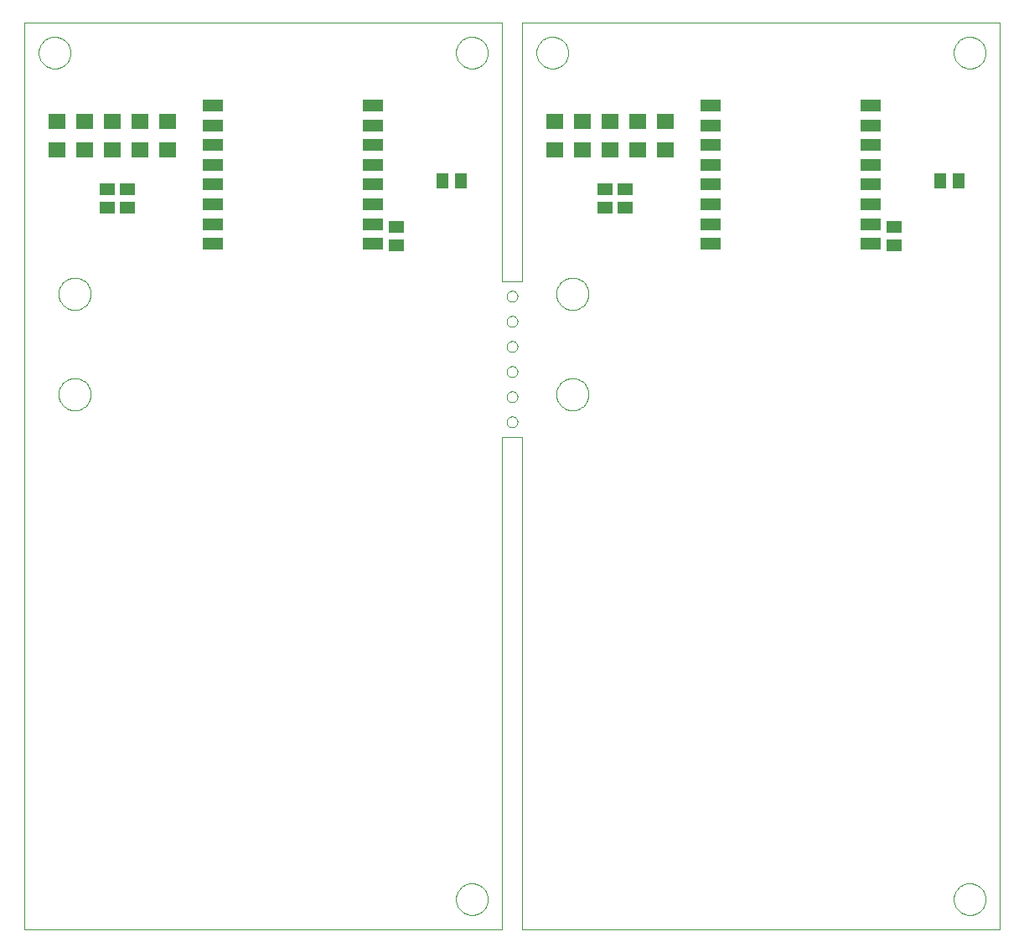
<source format=gtp>
G75*
G70*
%OFA0B0*%
%FSLAX24Y24*%
%IPPOS*%
%LPD*%
%AMOC8*
5,1,8,0,0,1.08239X$1,22.5*
%
%ADD10C,0.0000*%
%ADD11R,0.0710X0.0630*%
%ADD12R,0.0787X0.0472*%
%ADD13R,0.0512X0.0591*%
%ADD14R,0.0591X0.0512*%
D10*
X001340Y001800D02*
X001340Y037900D01*
X020340Y037900D01*
X020340Y027600D01*
X021140Y027600D01*
X021140Y037900D01*
X040140Y037900D01*
X040140Y001800D01*
X021140Y001800D01*
X021140Y021400D01*
X020340Y021400D01*
X020340Y001800D01*
X001340Y001800D01*
X018510Y003000D02*
X018512Y003050D01*
X018518Y003100D01*
X018528Y003149D01*
X018542Y003197D01*
X018559Y003244D01*
X018580Y003289D01*
X018605Y003333D01*
X018633Y003374D01*
X018665Y003413D01*
X018699Y003450D01*
X018736Y003484D01*
X018776Y003514D01*
X018818Y003541D01*
X018862Y003565D01*
X018908Y003586D01*
X018955Y003602D01*
X019003Y003615D01*
X019053Y003624D01*
X019102Y003629D01*
X019153Y003630D01*
X019203Y003627D01*
X019252Y003620D01*
X019301Y003609D01*
X019349Y003594D01*
X019395Y003576D01*
X019440Y003554D01*
X019483Y003528D01*
X019524Y003499D01*
X019563Y003467D01*
X019599Y003432D01*
X019631Y003394D01*
X019661Y003354D01*
X019688Y003311D01*
X019711Y003267D01*
X019730Y003221D01*
X019746Y003173D01*
X019758Y003124D01*
X019766Y003075D01*
X019770Y003025D01*
X019770Y002975D01*
X019766Y002925D01*
X019758Y002876D01*
X019746Y002827D01*
X019730Y002779D01*
X019711Y002733D01*
X019688Y002689D01*
X019661Y002646D01*
X019631Y002606D01*
X019599Y002568D01*
X019563Y002533D01*
X019524Y002501D01*
X019483Y002472D01*
X019440Y002446D01*
X019395Y002424D01*
X019349Y002406D01*
X019301Y002391D01*
X019252Y002380D01*
X019203Y002373D01*
X019153Y002370D01*
X019102Y002371D01*
X019053Y002376D01*
X019003Y002385D01*
X018955Y002398D01*
X018908Y002414D01*
X018862Y002435D01*
X018818Y002459D01*
X018776Y002486D01*
X018736Y002516D01*
X018699Y002550D01*
X018665Y002587D01*
X018633Y002626D01*
X018605Y002667D01*
X018580Y002711D01*
X018559Y002756D01*
X018542Y002803D01*
X018528Y002851D01*
X018518Y002900D01*
X018512Y002950D01*
X018510Y003000D01*
X020523Y022000D02*
X020525Y022029D01*
X020531Y022057D01*
X020540Y022085D01*
X020553Y022111D01*
X020570Y022134D01*
X020589Y022156D01*
X020611Y022175D01*
X020636Y022190D01*
X020662Y022203D01*
X020690Y022211D01*
X020718Y022216D01*
X020747Y022217D01*
X020776Y022214D01*
X020804Y022207D01*
X020831Y022197D01*
X020857Y022183D01*
X020880Y022166D01*
X020901Y022146D01*
X020919Y022123D01*
X020934Y022098D01*
X020945Y022071D01*
X020953Y022043D01*
X020957Y022014D01*
X020957Y021986D01*
X020953Y021957D01*
X020945Y021929D01*
X020934Y021902D01*
X020919Y021877D01*
X020901Y021854D01*
X020880Y021834D01*
X020857Y021817D01*
X020831Y021803D01*
X020804Y021793D01*
X020776Y021786D01*
X020747Y021783D01*
X020718Y021784D01*
X020690Y021789D01*
X020662Y021797D01*
X020636Y021810D01*
X020611Y021825D01*
X020589Y021844D01*
X020570Y021866D01*
X020553Y021889D01*
X020540Y021915D01*
X020531Y021943D01*
X020525Y021971D01*
X020523Y022000D01*
X020523Y023000D02*
X020525Y023029D01*
X020531Y023057D01*
X020540Y023085D01*
X020553Y023111D01*
X020570Y023134D01*
X020589Y023156D01*
X020611Y023175D01*
X020636Y023190D01*
X020662Y023203D01*
X020690Y023211D01*
X020718Y023216D01*
X020747Y023217D01*
X020776Y023214D01*
X020804Y023207D01*
X020831Y023197D01*
X020857Y023183D01*
X020880Y023166D01*
X020901Y023146D01*
X020919Y023123D01*
X020934Y023098D01*
X020945Y023071D01*
X020953Y023043D01*
X020957Y023014D01*
X020957Y022986D01*
X020953Y022957D01*
X020945Y022929D01*
X020934Y022902D01*
X020919Y022877D01*
X020901Y022854D01*
X020880Y022834D01*
X020857Y022817D01*
X020831Y022803D01*
X020804Y022793D01*
X020776Y022786D01*
X020747Y022783D01*
X020718Y022784D01*
X020690Y022789D01*
X020662Y022797D01*
X020636Y022810D01*
X020611Y022825D01*
X020589Y022844D01*
X020570Y022866D01*
X020553Y022889D01*
X020540Y022915D01*
X020531Y022943D01*
X020525Y022971D01*
X020523Y023000D01*
X020523Y024000D02*
X020525Y024029D01*
X020531Y024057D01*
X020540Y024085D01*
X020553Y024111D01*
X020570Y024134D01*
X020589Y024156D01*
X020611Y024175D01*
X020636Y024190D01*
X020662Y024203D01*
X020690Y024211D01*
X020718Y024216D01*
X020747Y024217D01*
X020776Y024214D01*
X020804Y024207D01*
X020831Y024197D01*
X020857Y024183D01*
X020880Y024166D01*
X020901Y024146D01*
X020919Y024123D01*
X020934Y024098D01*
X020945Y024071D01*
X020953Y024043D01*
X020957Y024014D01*
X020957Y023986D01*
X020953Y023957D01*
X020945Y023929D01*
X020934Y023902D01*
X020919Y023877D01*
X020901Y023854D01*
X020880Y023834D01*
X020857Y023817D01*
X020831Y023803D01*
X020804Y023793D01*
X020776Y023786D01*
X020747Y023783D01*
X020718Y023784D01*
X020690Y023789D01*
X020662Y023797D01*
X020636Y023810D01*
X020611Y023825D01*
X020589Y023844D01*
X020570Y023866D01*
X020553Y023889D01*
X020540Y023915D01*
X020531Y023943D01*
X020525Y023971D01*
X020523Y024000D01*
X020523Y025000D02*
X020525Y025029D01*
X020531Y025057D01*
X020540Y025085D01*
X020553Y025111D01*
X020570Y025134D01*
X020589Y025156D01*
X020611Y025175D01*
X020636Y025190D01*
X020662Y025203D01*
X020690Y025211D01*
X020718Y025216D01*
X020747Y025217D01*
X020776Y025214D01*
X020804Y025207D01*
X020831Y025197D01*
X020857Y025183D01*
X020880Y025166D01*
X020901Y025146D01*
X020919Y025123D01*
X020934Y025098D01*
X020945Y025071D01*
X020953Y025043D01*
X020957Y025014D01*
X020957Y024986D01*
X020953Y024957D01*
X020945Y024929D01*
X020934Y024902D01*
X020919Y024877D01*
X020901Y024854D01*
X020880Y024834D01*
X020857Y024817D01*
X020831Y024803D01*
X020804Y024793D01*
X020776Y024786D01*
X020747Y024783D01*
X020718Y024784D01*
X020690Y024789D01*
X020662Y024797D01*
X020636Y024810D01*
X020611Y024825D01*
X020589Y024844D01*
X020570Y024866D01*
X020553Y024889D01*
X020540Y024915D01*
X020531Y024943D01*
X020525Y024971D01*
X020523Y025000D01*
X020523Y026000D02*
X020525Y026029D01*
X020531Y026057D01*
X020540Y026085D01*
X020553Y026111D01*
X020570Y026134D01*
X020589Y026156D01*
X020611Y026175D01*
X020636Y026190D01*
X020662Y026203D01*
X020690Y026211D01*
X020718Y026216D01*
X020747Y026217D01*
X020776Y026214D01*
X020804Y026207D01*
X020831Y026197D01*
X020857Y026183D01*
X020880Y026166D01*
X020901Y026146D01*
X020919Y026123D01*
X020934Y026098D01*
X020945Y026071D01*
X020953Y026043D01*
X020957Y026014D01*
X020957Y025986D01*
X020953Y025957D01*
X020945Y025929D01*
X020934Y025902D01*
X020919Y025877D01*
X020901Y025854D01*
X020880Y025834D01*
X020857Y025817D01*
X020831Y025803D01*
X020804Y025793D01*
X020776Y025786D01*
X020747Y025783D01*
X020718Y025784D01*
X020690Y025789D01*
X020662Y025797D01*
X020636Y025810D01*
X020611Y025825D01*
X020589Y025844D01*
X020570Y025866D01*
X020553Y025889D01*
X020540Y025915D01*
X020531Y025943D01*
X020525Y025971D01*
X020523Y026000D01*
X020523Y027000D02*
X020525Y027029D01*
X020531Y027057D01*
X020540Y027085D01*
X020553Y027111D01*
X020570Y027134D01*
X020589Y027156D01*
X020611Y027175D01*
X020636Y027190D01*
X020662Y027203D01*
X020690Y027211D01*
X020718Y027216D01*
X020747Y027217D01*
X020776Y027214D01*
X020804Y027207D01*
X020831Y027197D01*
X020857Y027183D01*
X020880Y027166D01*
X020901Y027146D01*
X020919Y027123D01*
X020934Y027098D01*
X020945Y027071D01*
X020953Y027043D01*
X020957Y027014D01*
X020957Y026986D01*
X020953Y026957D01*
X020945Y026929D01*
X020934Y026902D01*
X020919Y026877D01*
X020901Y026854D01*
X020880Y026834D01*
X020857Y026817D01*
X020831Y026803D01*
X020804Y026793D01*
X020776Y026786D01*
X020747Y026783D01*
X020718Y026784D01*
X020690Y026789D01*
X020662Y026797D01*
X020636Y026810D01*
X020611Y026825D01*
X020589Y026844D01*
X020570Y026866D01*
X020553Y026889D01*
X020540Y026915D01*
X020531Y026943D01*
X020525Y026971D01*
X020523Y027000D01*
X022500Y027100D02*
X022502Y027150D01*
X022508Y027200D01*
X022518Y027249D01*
X022531Y027298D01*
X022549Y027345D01*
X022570Y027391D01*
X022594Y027434D01*
X022622Y027476D01*
X022653Y027516D01*
X022687Y027553D01*
X022724Y027587D01*
X022764Y027618D01*
X022806Y027646D01*
X022849Y027670D01*
X022895Y027691D01*
X022942Y027709D01*
X022991Y027722D01*
X023040Y027732D01*
X023090Y027738D01*
X023140Y027740D01*
X023190Y027738D01*
X023240Y027732D01*
X023289Y027722D01*
X023338Y027709D01*
X023385Y027691D01*
X023431Y027670D01*
X023474Y027646D01*
X023516Y027618D01*
X023556Y027587D01*
X023593Y027553D01*
X023627Y027516D01*
X023658Y027476D01*
X023686Y027434D01*
X023710Y027391D01*
X023731Y027345D01*
X023749Y027298D01*
X023762Y027249D01*
X023772Y027200D01*
X023778Y027150D01*
X023780Y027100D01*
X023778Y027050D01*
X023772Y027000D01*
X023762Y026951D01*
X023749Y026902D01*
X023731Y026855D01*
X023710Y026809D01*
X023686Y026766D01*
X023658Y026724D01*
X023627Y026684D01*
X023593Y026647D01*
X023556Y026613D01*
X023516Y026582D01*
X023474Y026554D01*
X023431Y026530D01*
X023385Y026509D01*
X023338Y026491D01*
X023289Y026478D01*
X023240Y026468D01*
X023190Y026462D01*
X023140Y026460D01*
X023090Y026462D01*
X023040Y026468D01*
X022991Y026478D01*
X022942Y026491D01*
X022895Y026509D01*
X022849Y026530D01*
X022806Y026554D01*
X022764Y026582D01*
X022724Y026613D01*
X022687Y026647D01*
X022653Y026684D01*
X022622Y026724D01*
X022594Y026766D01*
X022570Y026809D01*
X022549Y026855D01*
X022531Y026902D01*
X022518Y026951D01*
X022508Y027000D01*
X022502Y027050D01*
X022500Y027100D01*
X022500Y023100D02*
X022502Y023150D01*
X022508Y023200D01*
X022518Y023249D01*
X022531Y023298D01*
X022549Y023345D01*
X022570Y023391D01*
X022594Y023434D01*
X022622Y023476D01*
X022653Y023516D01*
X022687Y023553D01*
X022724Y023587D01*
X022764Y023618D01*
X022806Y023646D01*
X022849Y023670D01*
X022895Y023691D01*
X022942Y023709D01*
X022991Y023722D01*
X023040Y023732D01*
X023090Y023738D01*
X023140Y023740D01*
X023190Y023738D01*
X023240Y023732D01*
X023289Y023722D01*
X023338Y023709D01*
X023385Y023691D01*
X023431Y023670D01*
X023474Y023646D01*
X023516Y023618D01*
X023556Y023587D01*
X023593Y023553D01*
X023627Y023516D01*
X023658Y023476D01*
X023686Y023434D01*
X023710Y023391D01*
X023731Y023345D01*
X023749Y023298D01*
X023762Y023249D01*
X023772Y023200D01*
X023778Y023150D01*
X023780Y023100D01*
X023778Y023050D01*
X023772Y023000D01*
X023762Y022951D01*
X023749Y022902D01*
X023731Y022855D01*
X023710Y022809D01*
X023686Y022766D01*
X023658Y022724D01*
X023627Y022684D01*
X023593Y022647D01*
X023556Y022613D01*
X023516Y022582D01*
X023474Y022554D01*
X023431Y022530D01*
X023385Y022509D01*
X023338Y022491D01*
X023289Y022478D01*
X023240Y022468D01*
X023190Y022462D01*
X023140Y022460D01*
X023090Y022462D01*
X023040Y022468D01*
X022991Y022478D01*
X022942Y022491D01*
X022895Y022509D01*
X022849Y022530D01*
X022806Y022554D01*
X022764Y022582D01*
X022724Y022613D01*
X022687Y022647D01*
X022653Y022684D01*
X022622Y022724D01*
X022594Y022766D01*
X022570Y022809D01*
X022549Y022855D01*
X022531Y022902D01*
X022518Y022951D01*
X022508Y023000D01*
X022502Y023050D01*
X022500Y023100D01*
X021710Y036700D02*
X021712Y036750D01*
X021718Y036800D01*
X021728Y036849D01*
X021742Y036897D01*
X021759Y036944D01*
X021780Y036989D01*
X021805Y037033D01*
X021833Y037074D01*
X021865Y037113D01*
X021899Y037150D01*
X021936Y037184D01*
X021976Y037214D01*
X022018Y037241D01*
X022062Y037265D01*
X022108Y037286D01*
X022155Y037302D01*
X022203Y037315D01*
X022253Y037324D01*
X022302Y037329D01*
X022353Y037330D01*
X022403Y037327D01*
X022452Y037320D01*
X022501Y037309D01*
X022549Y037294D01*
X022595Y037276D01*
X022640Y037254D01*
X022683Y037228D01*
X022724Y037199D01*
X022763Y037167D01*
X022799Y037132D01*
X022831Y037094D01*
X022861Y037054D01*
X022888Y037011D01*
X022911Y036967D01*
X022930Y036921D01*
X022946Y036873D01*
X022958Y036824D01*
X022966Y036775D01*
X022970Y036725D01*
X022970Y036675D01*
X022966Y036625D01*
X022958Y036576D01*
X022946Y036527D01*
X022930Y036479D01*
X022911Y036433D01*
X022888Y036389D01*
X022861Y036346D01*
X022831Y036306D01*
X022799Y036268D01*
X022763Y036233D01*
X022724Y036201D01*
X022683Y036172D01*
X022640Y036146D01*
X022595Y036124D01*
X022549Y036106D01*
X022501Y036091D01*
X022452Y036080D01*
X022403Y036073D01*
X022353Y036070D01*
X022302Y036071D01*
X022253Y036076D01*
X022203Y036085D01*
X022155Y036098D01*
X022108Y036114D01*
X022062Y036135D01*
X022018Y036159D01*
X021976Y036186D01*
X021936Y036216D01*
X021899Y036250D01*
X021865Y036287D01*
X021833Y036326D01*
X021805Y036367D01*
X021780Y036411D01*
X021759Y036456D01*
X021742Y036503D01*
X021728Y036551D01*
X021718Y036600D01*
X021712Y036650D01*
X021710Y036700D01*
X018510Y036700D02*
X018512Y036750D01*
X018518Y036800D01*
X018528Y036849D01*
X018542Y036897D01*
X018559Y036944D01*
X018580Y036989D01*
X018605Y037033D01*
X018633Y037074D01*
X018665Y037113D01*
X018699Y037150D01*
X018736Y037184D01*
X018776Y037214D01*
X018818Y037241D01*
X018862Y037265D01*
X018908Y037286D01*
X018955Y037302D01*
X019003Y037315D01*
X019053Y037324D01*
X019102Y037329D01*
X019153Y037330D01*
X019203Y037327D01*
X019252Y037320D01*
X019301Y037309D01*
X019349Y037294D01*
X019395Y037276D01*
X019440Y037254D01*
X019483Y037228D01*
X019524Y037199D01*
X019563Y037167D01*
X019599Y037132D01*
X019631Y037094D01*
X019661Y037054D01*
X019688Y037011D01*
X019711Y036967D01*
X019730Y036921D01*
X019746Y036873D01*
X019758Y036824D01*
X019766Y036775D01*
X019770Y036725D01*
X019770Y036675D01*
X019766Y036625D01*
X019758Y036576D01*
X019746Y036527D01*
X019730Y036479D01*
X019711Y036433D01*
X019688Y036389D01*
X019661Y036346D01*
X019631Y036306D01*
X019599Y036268D01*
X019563Y036233D01*
X019524Y036201D01*
X019483Y036172D01*
X019440Y036146D01*
X019395Y036124D01*
X019349Y036106D01*
X019301Y036091D01*
X019252Y036080D01*
X019203Y036073D01*
X019153Y036070D01*
X019102Y036071D01*
X019053Y036076D01*
X019003Y036085D01*
X018955Y036098D01*
X018908Y036114D01*
X018862Y036135D01*
X018818Y036159D01*
X018776Y036186D01*
X018736Y036216D01*
X018699Y036250D01*
X018665Y036287D01*
X018633Y036326D01*
X018605Y036367D01*
X018580Y036411D01*
X018559Y036456D01*
X018542Y036503D01*
X018528Y036551D01*
X018518Y036600D01*
X018512Y036650D01*
X018510Y036700D01*
X002700Y027100D02*
X002702Y027150D01*
X002708Y027200D01*
X002718Y027249D01*
X002731Y027298D01*
X002749Y027345D01*
X002770Y027391D01*
X002794Y027434D01*
X002822Y027476D01*
X002853Y027516D01*
X002887Y027553D01*
X002924Y027587D01*
X002964Y027618D01*
X003006Y027646D01*
X003049Y027670D01*
X003095Y027691D01*
X003142Y027709D01*
X003191Y027722D01*
X003240Y027732D01*
X003290Y027738D01*
X003340Y027740D01*
X003390Y027738D01*
X003440Y027732D01*
X003489Y027722D01*
X003538Y027709D01*
X003585Y027691D01*
X003631Y027670D01*
X003674Y027646D01*
X003716Y027618D01*
X003756Y027587D01*
X003793Y027553D01*
X003827Y027516D01*
X003858Y027476D01*
X003886Y027434D01*
X003910Y027391D01*
X003931Y027345D01*
X003949Y027298D01*
X003962Y027249D01*
X003972Y027200D01*
X003978Y027150D01*
X003980Y027100D01*
X003978Y027050D01*
X003972Y027000D01*
X003962Y026951D01*
X003949Y026902D01*
X003931Y026855D01*
X003910Y026809D01*
X003886Y026766D01*
X003858Y026724D01*
X003827Y026684D01*
X003793Y026647D01*
X003756Y026613D01*
X003716Y026582D01*
X003674Y026554D01*
X003631Y026530D01*
X003585Y026509D01*
X003538Y026491D01*
X003489Y026478D01*
X003440Y026468D01*
X003390Y026462D01*
X003340Y026460D01*
X003290Y026462D01*
X003240Y026468D01*
X003191Y026478D01*
X003142Y026491D01*
X003095Y026509D01*
X003049Y026530D01*
X003006Y026554D01*
X002964Y026582D01*
X002924Y026613D01*
X002887Y026647D01*
X002853Y026684D01*
X002822Y026724D01*
X002794Y026766D01*
X002770Y026809D01*
X002749Y026855D01*
X002731Y026902D01*
X002718Y026951D01*
X002708Y027000D01*
X002702Y027050D01*
X002700Y027100D01*
X002700Y023100D02*
X002702Y023150D01*
X002708Y023200D01*
X002718Y023249D01*
X002731Y023298D01*
X002749Y023345D01*
X002770Y023391D01*
X002794Y023434D01*
X002822Y023476D01*
X002853Y023516D01*
X002887Y023553D01*
X002924Y023587D01*
X002964Y023618D01*
X003006Y023646D01*
X003049Y023670D01*
X003095Y023691D01*
X003142Y023709D01*
X003191Y023722D01*
X003240Y023732D01*
X003290Y023738D01*
X003340Y023740D01*
X003390Y023738D01*
X003440Y023732D01*
X003489Y023722D01*
X003538Y023709D01*
X003585Y023691D01*
X003631Y023670D01*
X003674Y023646D01*
X003716Y023618D01*
X003756Y023587D01*
X003793Y023553D01*
X003827Y023516D01*
X003858Y023476D01*
X003886Y023434D01*
X003910Y023391D01*
X003931Y023345D01*
X003949Y023298D01*
X003962Y023249D01*
X003972Y023200D01*
X003978Y023150D01*
X003980Y023100D01*
X003978Y023050D01*
X003972Y023000D01*
X003962Y022951D01*
X003949Y022902D01*
X003931Y022855D01*
X003910Y022809D01*
X003886Y022766D01*
X003858Y022724D01*
X003827Y022684D01*
X003793Y022647D01*
X003756Y022613D01*
X003716Y022582D01*
X003674Y022554D01*
X003631Y022530D01*
X003585Y022509D01*
X003538Y022491D01*
X003489Y022478D01*
X003440Y022468D01*
X003390Y022462D01*
X003340Y022460D01*
X003290Y022462D01*
X003240Y022468D01*
X003191Y022478D01*
X003142Y022491D01*
X003095Y022509D01*
X003049Y022530D01*
X003006Y022554D01*
X002964Y022582D01*
X002924Y022613D01*
X002887Y022647D01*
X002853Y022684D01*
X002822Y022724D01*
X002794Y022766D01*
X002770Y022809D01*
X002749Y022855D01*
X002731Y022902D01*
X002718Y022951D01*
X002708Y023000D01*
X002702Y023050D01*
X002700Y023100D01*
X001910Y036700D02*
X001912Y036750D01*
X001918Y036800D01*
X001928Y036849D01*
X001942Y036897D01*
X001959Y036944D01*
X001980Y036989D01*
X002005Y037033D01*
X002033Y037074D01*
X002065Y037113D01*
X002099Y037150D01*
X002136Y037184D01*
X002176Y037214D01*
X002218Y037241D01*
X002262Y037265D01*
X002308Y037286D01*
X002355Y037302D01*
X002403Y037315D01*
X002453Y037324D01*
X002502Y037329D01*
X002553Y037330D01*
X002603Y037327D01*
X002652Y037320D01*
X002701Y037309D01*
X002749Y037294D01*
X002795Y037276D01*
X002840Y037254D01*
X002883Y037228D01*
X002924Y037199D01*
X002963Y037167D01*
X002999Y037132D01*
X003031Y037094D01*
X003061Y037054D01*
X003088Y037011D01*
X003111Y036967D01*
X003130Y036921D01*
X003146Y036873D01*
X003158Y036824D01*
X003166Y036775D01*
X003170Y036725D01*
X003170Y036675D01*
X003166Y036625D01*
X003158Y036576D01*
X003146Y036527D01*
X003130Y036479D01*
X003111Y036433D01*
X003088Y036389D01*
X003061Y036346D01*
X003031Y036306D01*
X002999Y036268D01*
X002963Y036233D01*
X002924Y036201D01*
X002883Y036172D01*
X002840Y036146D01*
X002795Y036124D01*
X002749Y036106D01*
X002701Y036091D01*
X002652Y036080D01*
X002603Y036073D01*
X002553Y036070D01*
X002502Y036071D01*
X002453Y036076D01*
X002403Y036085D01*
X002355Y036098D01*
X002308Y036114D01*
X002262Y036135D01*
X002218Y036159D01*
X002176Y036186D01*
X002136Y036216D01*
X002099Y036250D01*
X002065Y036287D01*
X002033Y036326D01*
X002005Y036367D01*
X001980Y036411D01*
X001959Y036456D01*
X001942Y036503D01*
X001928Y036551D01*
X001918Y036600D01*
X001912Y036650D01*
X001910Y036700D01*
X038310Y036700D02*
X038312Y036750D01*
X038318Y036800D01*
X038328Y036849D01*
X038342Y036897D01*
X038359Y036944D01*
X038380Y036989D01*
X038405Y037033D01*
X038433Y037074D01*
X038465Y037113D01*
X038499Y037150D01*
X038536Y037184D01*
X038576Y037214D01*
X038618Y037241D01*
X038662Y037265D01*
X038708Y037286D01*
X038755Y037302D01*
X038803Y037315D01*
X038853Y037324D01*
X038902Y037329D01*
X038953Y037330D01*
X039003Y037327D01*
X039052Y037320D01*
X039101Y037309D01*
X039149Y037294D01*
X039195Y037276D01*
X039240Y037254D01*
X039283Y037228D01*
X039324Y037199D01*
X039363Y037167D01*
X039399Y037132D01*
X039431Y037094D01*
X039461Y037054D01*
X039488Y037011D01*
X039511Y036967D01*
X039530Y036921D01*
X039546Y036873D01*
X039558Y036824D01*
X039566Y036775D01*
X039570Y036725D01*
X039570Y036675D01*
X039566Y036625D01*
X039558Y036576D01*
X039546Y036527D01*
X039530Y036479D01*
X039511Y036433D01*
X039488Y036389D01*
X039461Y036346D01*
X039431Y036306D01*
X039399Y036268D01*
X039363Y036233D01*
X039324Y036201D01*
X039283Y036172D01*
X039240Y036146D01*
X039195Y036124D01*
X039149Y036106D01*
X039101Y036091D01*
X039052Y036080D01*
X039003Y036073D01*
X038953Y036070D01*
X038902Y036071D01*
X038853Y036076D01*
X038803Y036085D01*
X038755Y036098D01*
X038708Y036114D01*
X038662Y036135D01*
X038618Y036159D01*
X038576Y036186D01*
X038536Y036216D01*
X038499Y036250D01*
X038465Y036287D01*
X038433Y036326D01*
X038405Y036367D01*
X038380Y036411D01*
X038359Y036456D01*
X038342Y036503D01*
X038328Y036551D01*
X038318Y036600D01*
X038312Y036650D01*
X038310Y036700D01*
X038310Y003000D02*
X038312Y003050D01*
X038318Y003100D01*
X038328Y003149D01*
X038342Y003197D01*
X038359Y003244D01*
X038380Y003289D01*
X038405Y003333D01*
X038433Y003374D01*
X038465Y003413D01*
X038499Y003450D01*
X038536Y003484D01*
X038576Y003514D01*
X038618Y003541D01*
X038662Y003565D01*
X038708Y003586D01*
X038755Y003602D01*
X038803Y003615D01*
X038853Y003624D01*
X038902Y003629D01*
X038953Y003630D01*
X039003Y003627D01*
X039052Y003620D01*
X039101Y003609D01*
X039149Y003594D01*
X039195Y003576D01*
X039240Y003554D01*
X039283Y003528D01*
X039324Y003499D01*
X039363Y003467D01*
X039399Y003432D01*
X039431Y003394D01*
X039461Y003354D01*
X039488Y003311D01*
X039511Y003267D01*
X039530Y003221D01*
X039546Y003173D01*
X039558Y003124D01*
X039566Y003075D01*
X039570Y003025D01*
X039570Y002975D01*
X039566Y002925D01*
X039558Y002876D01*
X039546Y002827D01*
X039530Y002779D01*
X039511Y002733D01*
X039488Y002689D01*
X039461Y002646D01*
X039431Y002606D01*
X039399Y002568D01*
X039363Y002533D01*
X039324Y002501D01*
X039283Y002472D01*
X039240Y002446D01*
X039195Y002424D01*
X039149Y002406D01*
X039101Y002391D01*
X039052Y002380D01*
X039003Y002373D01*
X038953Y002370D01*
X038902Y002371D01*
X038853Y002376D01*
X038803Y002385D01*
X038755Y002398D01*
X038708Y002414D01*
X038662Y002435D01*
X038618Y002459D01*
X038576Y002486D01*
X038536Y002516D01*
X038499Y002550D01*
X038465Y002587D01*
X038433Y002626D01*
X038405Y002667D01*
X038380Y002711D01*
X038359Y002756D01*
X038342Y002803D01*
X038328Y002851D01*
X038318Y002900D01*
X038312Y002950D01*
X038310Y003000D01*
D11*
X026840Y032840D03*
X025740Y032840D03*
X024640Y032840D03*
X023540Y032840D03*
X022440Y032840D03*
X022440Y033960D03*
X023540Y033960D03*
X024640Y033960D03*
X025740Y033960D03*
X026840Y033960D03*
X007040Y033960D03*
X005940Y033960D03*
X004840Y033960D03*
X003740Y033960D03*
X002640Y033960D03*
X002640Y032840D03*
X003740Y032840D03*
X004840Y032840D03*
X005940Y032840D03*
X007040Y032840D03*
D12*
X008840Y033024D03*
X008840Y032237D03*
X008840Y031450D03*
X008840Y030662D03*
X008840Y029875D03*
X008840Y029087D03*
X008840Y033812D03*
X008840Y034599D03*
X015218Y034599D03*
X015218Y033812D03*
X015218Y033024D03*
X015218Y032237D03*
X015218Y031450D03*
X015218Y030662D03*
X015218Y029875D03*
X015218Y029087D03*
X028640Y029087D03*
X028640Y029875D03*
X028640Y030662D03*
X028640Y031450D03*
X028640Y032237D03*
X028640Y033024D03*
X028640Y033812D03*
X028640Y034599D03*
X035018Y034599D03*
X035018Y033812D03*
X035018Y033024D03*
X035018Y032237D03*
X035018Y031450D03*
X035018Y030662D03*
X035018Y029875D03*
X035018Y029087D03*
D13*
X037766Y031600D03*
X038514Y031600D03*
X018714Y031600D03*
X017966Y031600D03*
D14*
X016140Y029774D03*
X016140Y029026D03*
X024440Y030526D03*
X024440Y031274D03*
X025240Y031274D03*
X025240Y030526D03*
X035940Y029774D03*
X035940Y029026D03*
X005440Y030526D03*
X005440Y031274D03*
X004640Y031274D03*
X004640Y030526D03*
M02*

</source>
